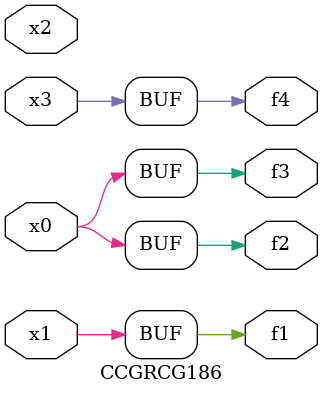
<source format=v>
module CCGRCG186(
	input x0, x1, x2, x3,
	output f1, f2, f3, f4
);
	assign f1 = x1;
	assign f2 = x0;
	assign f3 = x0;
	assign f4 = x3;
endmodule

</source>
